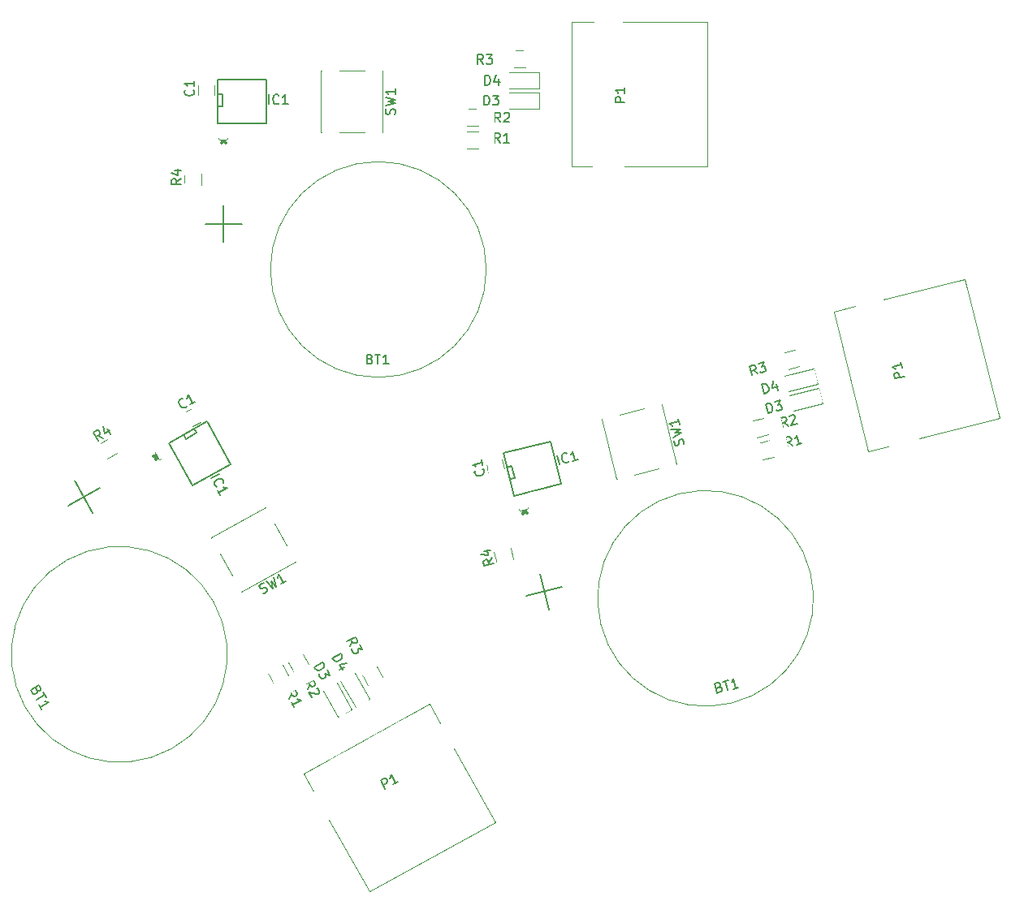
<source format=gto>
%MOIN*%
%OFA0B0*%
%FSLAX46Y46*%
%IPPOS*%
%LPD*%
%AMREC47*
4,1,3,
-0.048458923562427321,0.010275280281731542,
-0.016965385239338496,-0.046540566835591407,
0.048458923562427321,-0.010275280281731542,
0.016965385239338496,0.046540566835591407,
0*%
%AMREC48*
4,1,3,
-0.037464587762598936,0.010742797670281145,
-0.010742797670281145,-0.037464587762598936,
0.037464587762598936,-0.010742797670281145,
0.010742797670281145,0.037464587762598936,
0*%
%AMREC49*
4,1,3,
-0.0352312075452709,0.0009073513787888431,
-0.017900217971110504,-0.030358581459107668,
0.0352312075452709,-0.0009073513787888431,
0.017900217971110504,0.030358581459107668,
0*%
%AMREC50*
4,1,3,
-0.049310112296344112,0.019931595090038546,
-0.0092274271578674134,-0.052379483059281584,
0.049310112296344112,-0.019931595090038546,
0.0092274271578674134,0.052379483059281584,
0*%
%AMREC51*
4,1,3,
-0.047401413004035692,0.016488210416261393,
-0.01113612645017583,-0.048936098385504431,
0.047401413004035692,-0.016488210416261393,
0.01113612645017583,0.048936098385504431,
0*%
%AMREC52*
4,1,3,
-0.048936098385504431,0.01113612645017583,
-0.016488210416261393,-0.047401413004035692,
0.048936098385504431,-0.01113612645017583,
0.016488210416261393,0.047401413004035692,
0*%
%AMREC53*
4,1,3,
-0.049796944553948716,0.010658951627098727,
-0.017349056584705681,-0.047878587827112795,
0.049796944553948716,-0.010658951627098727,
0.017349056584705681,0.047878587827112795,
0*%
%AMREC54*
4,1,3,
-0.11774584725388239,0.033763078392312178,
-0.033763078392312178,-0.11774584725388239,
0.11774584725388239,-0.033763078392312178,
0.033763078392312178,0.11774584725388239,
0*%
%AMREC2000*
4,1,3,
-0.022467250919606805,-0.044148287552437895,
0.040563770669188245,-0.028432888822538215,
0.022467250919606805,0.044148287552437895,
-0.040563770669188245,0.028432888822538215,
0*%
%AMREC2100*
4,1,3,
-0.020073294546198033,-0.033407572256415941,
0.033407572256415941,-0.020073294546198033,
0.020073294546198033,0.033407572256415941,
-0.033407572256415941,0.020073294546198033,
0*%
%AMREC2200*
4,1,3,
-0.0099949416249668823,-0.033795893441896867,
0.024691220558442757,-0.025147661898412683,
0.0099949416249668823,0.033795893441896867,
-0.024691220558442757,0.025147661898412683,
0*%
%AMREC2300*
4,1,3,
-0.032014838635042474,-0.042471234555679062,
0.0482064615688785,-0.0224698179903522,
0.032014838635042474,0.042471234555679062,
-0.0482064615688785,0.0224698179903522,
0*%
%AMREC2400*
4,1,3,
-0.028194776720570039,-0.041518786147806352,
0.044386399654406078,-0.023422266398224909,
0.028194776720570039,0.041518786147806352,
-0.044386399654406078,0.023422266398224909,
0*%
%AMREC2500*
4,1,3,
-0.023422266398224909,-0.044386399654406078,
0.041518786147806352,-0.028194776720570039,
0.023422266398224909,0.044386399654406078,
-0.041518786147806352,0.028194776720570039,
0*%
%AMREC2600*
4,1,3,
-0.023184154296256729,-0.045341415133024185,
0.041756898249774528,-0.029149792199188153,
0.023184154296256729,0.045341415133024185,
-0.041756898249774528,0.029149792199188153,
0*%
%AMREC2700*
4,1,3,
-0.063087497145193835,-0.10499522709159298,
0.10499522709159298,-0.063087497145193835,
0.063087497145193835,0.10499522709159298,
-0.10499522709159298,0.063087497145193835,
0*%
%AMCOMP1120*
4,1,3,
-0.022467250919606805,-0.044148287552437895,
0.040563770669188245,-0.028432888822538215,
0.022467250919606805,0.044148287552437895,
-0.040563770669188245,0.028432888822538215,
0*%
%AMCOMP1130*
4,1,3,
-0.020073294546198033,-0.033407572256415941,
0.033407572256415941,-0.020073294546198033,
0.020073294546198033,0.033407572256415941,
-0.033407572256415941,0.020073294546198033,
0*%
%AMCOMP1140*
4,1,3,
-0.0099949416249668823,-0.033795893441896867,
0.024691220558442757,-0.025147661898412683,
0.0099949416249668823,0.033795893441896867,
-0.024691220558442757,0.025147661898412683,
0*%
%AMCOMP1150*
4,1,3,
-0.032014838635042474,-0.042471234555679062,
0.0482064615688785,-0.0224698179903522,
0.032014838635042474,0.042471234555679062,
-0.0482064615688785,0.0224698179903522,
0*%
%AMCOMP1160*
4,1,3,
-0.028194776720570039,-0.041518786147806352,
0.044386399654406078,-0.023422266398224909,
0.028194776720570039,0.041518786147806352,
-0.044386399654406078,0.023422266398224909,
0*%
%AMCOMP1170*
4,1,3,
-0.023422266398224909,-0.044386399654406078,
0.041518786147806352,-0.028194776720570039,
0.023422266398224909,0.044386399654406078,
-0.041518786147806352,0.028194776720570039,
0*%
%AMCOMP1180*
4,1,3,
-0.023184154296256729,-0.045341415133024185,
0.041756898249774528,-0.029149792199188153,
0.023184154296256729,0.045341415133024185,
-0.041756898249774528,0.029149792199188153,
0*%
%AMCOMP1190*
4,1,3,
-0.063087497145193835,-0.10499522709159298,
0.10499522709159298,-0.063087497145193835,
0.063087497145193835,0.10499522709159298,
-0.10499522709159298,0.063087497145193835,
0*%
%ADD10C,0.0039370078740157488*%
%ADD11C,0.011811023622047244*%
%ADD12C,0.0047244094488188976*%
%ADD13C,0.005905511811023622*%
%AMCOMP120*
4,1,3,
-0.048458923562427321,0.010275280281731542,
-0.016965385239338496,-0.046540566835591407,
0.048458923562427321,-0.010275280281731542,
0.016965385239338496,0.046540566835591407,
0*%
%ADD14COMP120*%
%AMCOMP121*
4,1,3,
-0.037464587762598936,0.010742797670281145,
-0.010742797670281145,-0.037464587762598936,
0.037464587762598936,-0.010742797670281145,
0.010742797670281145,0.037464587762598936,
0*%
%ADD15COMP121*%
%AMCOMP122*
4,1,3,
-0.0352312075452709,0.0009073513787888431,
-0.017900217971110504,-0.030358581459107668,
0.0352312075452709,-0.0009073513787888431,
0.017900217971110504,0.030358581459107668,
0*%
%ADD16COMP122*%
%ADD17C,0.0905511811023622*%
%AMCOMP123*
4,1,3,
-0.049310112296344112,0.019931595090038546,
-0.0092274271578674134,-0.052379483059281584,
0.049310112296344112,-0.019931595090038546,
0.0092274271578674134,0.052379483059281584,
0*%
%ADD18COMP123*%
%ADD19C,0.13385826771653545*%
%AMCOMP124*
4,1,3,
-0.047401413004035692,0.016488210416261393,
-0.01113612645017583,-0.048936098385504431,
0.047401413004035692,-0.016488210416261393,
0.01113612645017583,0.048936098385504431,
0*%
%ADD20COMP124*%
%AMCOMP125*
4,1,3,
-0.048936098385504431,0.01113612645017583,
-0.016488210416261393,-0.047401413004035692,
0.048936098385504431,-0.01113612645017583,
0.016488210416261393,0.047401413004035692,
0*%
%ADD21COMP125*%
%AMCOMP126*
4,1,3,
-0.049796944553948716,0.010658951627098727,
-0.017349056584705681,-0.047878587827112795,
0.049796944553948716,-0.010658951627098727,
0.017349056584705681,0.047878587827112795,
0*%
%ADD22COMP126*%
%AMCOMP127*
4,1,3,
-0.11774584725388239,0.033763078392312178,
-0.033763078392312178,-0.11774584725388239,
0.11774584725388239,-0.033763078392312178,
0.033763078392312178,0.11774584725388239,
0*%
%ADD23COMP127*%
%ADD34C,0.0039370078740157488*%
%ADD35C,0.011811023622047244*%
%ADD36C,0.0047244094488188976*%
%ADD37C,0.005905511811023622*%
%ADD38R,0.064960629921259838X0.074803149606299218*%
%ADD39R,0.055118110236220472X0.055118110236220472*%
%ADD40R,0.035748031496062996X0.06074803149606299*%
%ADD41C,0.0905511811023622*%
%ADD42R,0.082677165354330714X0.066929133858267723*%
%ADD43C,0.13385826771653545*%
%ADD44R,0.074803149606299218X0.066929133858267723*%
%ADD45R,0.066929133858267723X0.074803149606299218*%
%ADD46R,0.066929133858267723X0.076771653543307089*%
%ADD47R,0.17322834645669294X0.17322834645669294*%
%ADD58C,0.0039370078740157488*%
%ADD59C,0.011811023622047244*%
%ADD60C,0.0047244094488188976*%
%ADD61C,0.005905511811023622*%
%AMCOMP128*
4,1,3,
-0.022467250919606805,-0.044148287552437895,
0.040563770669188245,-0.028432888822538215,
0.022467250919606805,0.044148287552437895,
-0.040563770669188245,0.028432888822538215,
0*%
%ADD62COMP128*%
%AMCOMP129*
4,1,3,
-0.020073294546198033,-0.033407572256415941,
0.033407572256415941,-0.020073294546198033,
0.020073294546198033,0.033407572256415941,
-0.033407572256415941,0.020073294546198033,
0*%
%ADD63COMP129*%
%AMCOMP130*
4,1,3,
-0.0099949416249668823,-0.033795893441896867,
0.024691220558442757,-0.025147661898412683,
0.0099949416249668823,0.033795893441896867,
-0.024691220558442757,0.025147661898412683,
0*%
%ADD64COMP130*%
%ADD65C,0.0905511811023622*%
%AMCOMP131*
4,1,3,
-0.032014838635042474,-0.042471234555679062,
0.0482064615688785,-0.0224698179903522,
0.032014838635042474,0.042471234555679062,
-0.0482064615688785,0.0224698179903522,
0*%
%ADD66COMP131*%
%ADD67C,0.13385826771653545*%
%AMCOMP132*
4,1,3,
-0.028194776720570039,-0.041518786147806352,
0.044386399654406078,-0.023422266398224909,
0.028194776720570039,0.041518786147806352,
-0.044386399654406078,0.023422266398224909,
0*%
%ADD68COMP132*%
%AMCOMP133*
4,1,3,
-0.023422266398224909,-0.044386399654406078,
0.041518786147806352,-0.028194776720570039,
0.023422266398224909,0.044386399654406078,
-0.041518786147806352,0.028194776720570039,
0*%
%ADD69COMP133*%
%AMCOMP134*
4,1,3,
-0.023184154296256729,-0.045341415133024185,
0.041756898249774528,-0.029149792199188153,
0.023184154296256729,0.045341415133024185,
-0.041756898249774528,0.029149792199188153,
0*%
%ADD70COMP134*%
%AMCOMP135*
4,1,3,
-0.063087497145193835,-0.10499522709159298,
0.10499522709159298,-0.063087497145193835,
0.063087497145193835,0.10499522709159298,
-0.10499522709159298,0.063087497145193835,
0*%
%ADD71COMP135*%
%LPD*%
G01*
D10*
D11*
X0000783321Y0001597821D02*
X0000771023Y0001591005D01*
X0000769125Y0001606029D02*
X0000771023Y0001591005D01*
X0000782759Y0001581433D01*
X0000757095Y0001592930D02*
X0000771023Y0001591005D01*
X0000765275Y0001578172D01*
D12*
X0000915959Y0001714107D02*
X0000950393Y0001733194D01*
X0000917945Y0001791732D02*
X0000883511Y0001772645D01*
X0001512125Y0000520845D02*
X0001570662Y0000553293D01*
X0001570662Y0000553293D02*
X0001510538Y0000661760D01*
X0001512125Y0000520845D02*
X0001452001Y0000629312D01*
X0001584436Y0000560928D02*
X0001642973Y0000593376D01*
X0001642973Y0000593376D02*
X0001582849Y0000701843D01*
X0001584436Y0000560928D02*
X0001524312Y0000669395D01*
D13*
X0000976488Y0001733705D02*
X0001073450Y0001558781D01*
X0001073450Y0001558781D02*
X0000916019Y0001471515D01*
X0000916019Y0001471515D02*
X0000819057Y0001646439D01*
X0000819057Y0001646439D02*
X0000976488Y0001733705D01*
X0000924011Y0001704616D02*
X0000933707Y0001687124D01*
X0000933707Y0001687124D02*
X0000889976Y0001662883D01*
X0000889976Y0001662883D02*
X0000880280Y0001680376D01*
D12*
X0001888989Y0000574672D02*
X0001933462Y0000494441D01*
X0001372826Y0000288558D02*
X0001413290Y0000215558D01*
X0001888989Y0000574672D02*
X0001372826Y0000288558D01*
X0002157925Y0000089499D02*
X0001641762Y-0000196614D01*
X0001989960Y0000392517D02*
X0002157925Y0000089499D01*
X0001477614Y0000099516D02*
X0001641762Y-0000196614D01*
X0001249665Y0000658949D02*
X0001226761Y0000700270D01*
X0001287364Y0000733863D02*
X0001310269Y0000692542D01*
X0001332306Y0000704758D02*
X0001309402Y0000746079D01*
X0001370005Y0000779672D02*
X0001392910Y0000738351D01*
X0001635879Y0000652463D02*
X0001612975Y0000693784D01*
X0001673578Y0000727377D02*
X0001696483Y0000686056D01*
X0000532539Y0001642467D02*
X0000573859Y0001665372D01*
X0000607452Y0001604768D02*
X0000566132Y0001581864D01*
X0001117026Y0001034665D02*
X0001116453Y0001035698D01*
X0000993724Y0001257108D02*
X0000994296Y0001256075D01*
X0001216166Y0001380410D02*
X0001216739Y0001379377D01*
X0001338896Y0001159000D02*
X0001339468Y0001157967D01*
X0001080188Y0001101123D02*
X0001030562Y0001190651D01*
X0001339468Y0001157967D02*
X0001117026Y0001034665D01*
X0001302630Y0001224425D02*
X0001253004Y0001313953D01*
X0001216166Y0001380410D02*
X0000993724Y0001257108D01*
D10*
X0000830439Y0000390417D02*
G75*
G03X0000830439Y0000390417I-0000214788J0000387487D01*
G01*
D13*
X0000892469Y0001799795D02*
X0000891738Y0001797247D01*
X0000887728Y0001792880D01*
X0000884448Y0001791063D01*
X0000878620Y0001789976D01*
X0000873523Y0001791437D01*
X0000870066Y0001793808D01*
X0000864790Y0001799458D01*
X0000862064Y0001804377D01*
X0000860068Y0001811845D01*
X0000859890Y0001816033D01*
X0000861351Y0001821130D01*
X0000865361Y0001825497D01*
X0000868641Y0001827314D01*
X0000874469Y0001828401D01*
X0000877017Y0001827670D01*
X0000927081Y0001814694D02*
X0000907404Y0001803787D01*
X0000917243Y0001809241D02*
X0000898156Y0001843675D01*
X0000897603Y0001836938D01*
X0000896141Y0001831840D01*
X0000893771Y0001828383D01*
X0001416293Y0000726019D02*
X0001450727Y0000745106D01*
X0001455272Y0000736908D01*
X0001456359Y0000731080D01*
X0001454897Y0000725983D01*
X0001452527Y0000722525D01*
X0001446877Y0000717250D01*
X0001441958Y0000714523D01*
X0001434490Y0000712527D01*
X0001430302Y0000712349D01*
X0001425204Y0000713811D01*
X0001420838Y0000717821D01*
X0001416293Y0000726019D01*
X0001467996Y0000713952D02*
X0001479812Y0000692636D01*
X0001460332Y0000696842D01*
X0001463059Y0000691923D01*
X0001463237Y0000687735D01*
X0001462506Y0000685186D01*
X0001460136Y0000681729D01*
X0001451937Y0000677184D01*
X0001447749Y0000677006D01*
X0001445200Y0000677737D01*
X0001441743Y0000680108D01*
X0001436289Y0000689946D01*
X0001436111Y0000694134D01*
X0001436842Y0000696683D01*
X0001490513Y0000762659D02*
X0001524947Y0000781746D01*
X0001529492Y0000773547D01*
X0001530579Y0000767719D01*
X0001529117Y0000762622D01*
X0001526746Y0000759164D01*
X0001521097Y0000753889D01*
X0001516177Y0000751162D01*
X0001508710Y0000749166D01*
X0001504521Y0000748988D01*
X0001499424Y0000750450D01*
X0001495058Y0000754460D01*
X0001490513Y0000762659D01*
X0001540736Y0000726192D02*
X0001517780Y0000713467D01*
X0001549309Y0000741662D02*
X0001520169Y0000736227D01*
X0001531985Y0000714911D01*
X0000991461Y0001500558D02*
X0001025895Y0001519645D01*
X0001014736Y0001466302D02*
X0001012188Y0001467033D01*
X0001007821Y0001471043D01*
X0001006004Y0001474323D01*
X0001004916Y0001480151D01*
X0001006378Y0001485248D01*
X0001008749Y0001488705D01*
X0001014399Y0001493981D01*
X0001019318Y0001496708D01*
X0001026785Y0001498703D01*
X0001030974Y0001498882D01*
X0001036071Y0001497420D01*
X0001040437Y0001493410D01*
X0001042255Y0001490130D01*
X0001043342Y0001484302D01*
X0001042611Y0001481754D01*
X0001029635Y0001431690D02*
X0001018728Y0001451367D01*
X0001024182Y0001441529D02*
X0001058615Y0001460616D01*
X0001051878Y0001461168D01*
X0001046781Y0001462630D01*
X0001043324Y0001465000D01*
X0001707512Y0000226169D02*
X0001688425Y0000260602D01*
X0001701543Y0000267874D01*
X0001705731Y0000268052D01*
X0001708280Y0000267321D01*
X0001711738Y0000264950D01*
X0001714464Y0000260031D01*
X0001714642Y0000255843D01*
X0001713912Y0000253294D01*
X0001711541Y0000249837D01*
X0001698423Y0000242566D01*
X0001759983Y0000255254D02*
X0001740307Y0000244347D01*
X0001750145Y0000249800D02*
X0001731058Y0000284234D01*
X0001730505Y0000277497D01*
X0001729044Y0000272400D01*
X0001726673Y0000268942D01*
X0001314095Y0000593682D02*
X0001324130Y0000614249D01*
X0001303188Y0000613359D02*
X0001337622Y0000632446D01*
X0001344893Y0000619328D01*
X0001345071Y0000615140D01*
X0001344340Y0000612591D01*
X0001341970Y0000609133D01*
X0001337051Y0000606407D01*
X0001332862Y0000606229D01*
X0001330314Y0000606959D01*
X0001326856Y0000609330D01*
X0001319585Y0000622448D01*
X0001332273Y0000560888D02*
X0001321366Y0000580564D01*
X0001326819Y0000570726D02*
X0001361253Y0000589813D01*
X0001354516Y0000590366D01*
X0001349419Y0000591827D01*
X0001345962Y0000594198D01*
X0001387821Y0000633649D02*
X0001397855Y0000654216D01*
X0001376914Y0000653325D02*
X0001411348Y0000672412D01*
X0001418619Y0000659295D01*
X0001418797Y0000655106D01*
X0001418066Y0000652558D01*
X0001415696Y0000649100D01*
X0001410777Y0000646373D01*
X0001406588Y0000646195D01*
X0001404040Y0000646926D01*
X0001400582Y0000649297D01*
X0001393311Y0000662414D01*
X0001426246Y0000637800D02*
X0001428795Y0000637069D01*
X0001432252Y0000634699D01*
X0001436797Y0000626500D01*
X0001436975Y0000622312D01*
X0001436244Y0000619763D01*
X0001433874Y0000616306D01*
X0001430594Y0000614488D01*
X0001424766Y0000613401D01*
X0001394183Y0000622171D01*
X0001405999Y0000600855D01*
X0001561445Y0000810915D02*
X0001571479Y0000831482D01*
X0001550538Y0000830592D02*
X0001584971Y0000849679D01*
X0001592243Y0000836561D01*
X0001592421Y0000832373D01*
X0001591690Y0000829824D01*
X0001589320Y0000826366D01*
X0001584400Y0000823640D01*
X0001580212Y0000823462D01*
X0001577663Y0000824192D01*
X0001574206Y0000826563D01*
X0001566935Y0000839681D01*
X0001602241Y0000818524D02*
X0001614056Y0000797208D01*
X0001594576Y0000801415D01*
X0001597303Y0000796495D01*
X0001597481Y0000792307D01*
X0001596750Y0000789759D01*
X0001594380Y0000786301D01*
X0001586181Y0000781757D01*
X0001581993Y0000781578D01*
X0001579445Y0000782309D01*
X0001575987Y0000784680D01*
X0001570534Y0000794518D01*
X0001570355Y0000798706D01*
X0001571086Y0000801255D01*
X0000549127Y0001666410D02*
X0000528560Y0001676444D01*
X0000529450Y0001655503D02*
X0000510363Y0001689937D01*
X0000523481Y0001697208D01*
X0000527669Y0001697386D01*
X0000530218Y0001696655D01*
X0000533675Y0001694285D01*
X0000536402Y0001689366D01*
X0000536580Y0001685177D01*
X0000535849Y0001682629D01*
X0000533479Y0001679171D01*
X0000520361Y0001671900D01*
X0000565917Y0001705726D02*
X0000578641Y0001682770D01*
X0000550447Y0001714299D02*
X0000555882Y0001685159D01*
X0000577198Y0001696975D01*
X0001205712Y0001028694D02*
X0001211540Y0001029781D01*
X0001219739Y0001034325D01*
X0001222109Y0001037783D01*
X0001222840Y0001040331D01*
X0001222662Y0001044520D01*
X0001220844Y0001047799D01*
X0001217387Y0001050170D01*
X0001214838Y0001050900D01*
X0001210650Y0001050722D01*
X0001203182Y0001048726D01*
X0001198994Y0001048548D01*
X0001196445Y0001049279D01*
X0001192988Y0001051650D01*
X0001191170Y0001054929D01*
X0001190992Y0001059117D01*
X0001191722Y0001061666D01*
X0001194093Y0001065123D01*
X0001202292Y0001069668D01*
X0001208120Y0001070755D01*
X0001218689Y0001078757D02*
X0001245974Y0001048868D01*
X0001238899Y0001077099D01*
X0001259092Y0001056139D01*
X0001248203Y0001095117D01*
X0001298445Y0001077953D02*
X0001278768Y0001067046D01*
X0001288606Y0001072499D02*
X0001269519Y0001106933D01*
X0001268967Y0001100196D01*
X0001267505Y0001095099D01*
X0001265135Y0001091641D01*
X0000277527Y0000630349D02*
X0000278614Y0000624521D01*
X0000277883Y0000621973D01*
X0000275512Y0000618515D01*
X0000270593Y0000615788D01*
X0000266405Y0000615610D01*
X0000263856Y0000616341D01*
X0000260399Y0000618712D01*
X0000253127Y0000631829D01*
X0000287561Y0000650916D01*
X0000293924Y0000639438D01*
X0000294102Y0000635250D01*
X0000293371Y0000632701D01*
X0000291000Y0000629244D01*
X0000287721Y0000627426D01*
X0000283533Y0000627248D01*
X0000280984Y0000627979D01*
X0000277527Y0000630349D01*
X0000271164Y0000641827D01*
X0000303922Y0000621402D02*
X0000314828Y0000601725D01*
X0000274941Y0000592476D02*
X0000309375Y0000611563D01*
X0000296755Y0000553123D02*
X0000285848Y0000572800D01*
X0000291301Y0000562962D02*
X0000325735Y0000582049D01*
X0000318998Y0000582601D01*
X0000313901Y0000584063D01*
X0000310444Y0000586433D01*
X0000434354Y0001490127D02*
X0000507067Y0001358950D01*
X0000405122Y0001388182D02*
X0000536299Y0001460895D01*
%LPC*%
D14*
X0000959995Y0001776778D03*
X0000873910Y0001729061D03*
D15*
X0001528987Y0000559451D03*
X0001481270Y0000645536D03*
X0001601298Y0000599534D03*
X0001553581Y0000685619D03*
D16*
X0001019220Y0001728808D03*
X0001043461Y0001685077D03*
X0001067701Y0001641346D03*
X0001091942Y0001597615D03*
X0000873287Y0001476412D03*
X0000849046Y0001520143D03*
X0000824806Y0001563874D03*
X0000800565Y0001607605D03*
D17*
X0001774825Y0000354291D03*
D18*
X0001775079Y0000460214D03*
X0001687617Y0000411733D03*
X0001617716Y0000372987D03*
X0001530255Y0000324506D03*
D19*
X0001931065Y0000426491D03*
X0001458632Y0000164618D03*
D17*
X0001619873Y0000268399D03*
D20*
X0001242747Y0000742892D03*
X0001294282Y0000649920D03*
X0001325388Y0000788701D03*
X0001376923Y0000695729D03*
X0001628961Y0000736405D03*
X0001680496Y0000643434D03*
D21*
X0000616481Y0001649385D03*
X0000523510Y0001597850D03*
D22*
X0001260697Y0001360980D03*
X0001346588Y0001206028D03*
X0001072495Y0001054095D03*
X0000986604Y0001209047D03*
D23*
X0000313122Y0001323682D03*
X0000912454Y0000242459D03*
G04 next file*
%LPD*%
G01*
D34*
D35*
X0001043307Y0002902418D02*
X0001043307Y0002888357D01*
X0001029246Y0002893982D02*
X0001043307Y0002888357D01*
X0001057367Y0002893982D01*
X0001034870Y0002877109D02*
X0001043307Y0002888357D01*
X0001051743Y0002877109D01*
D36*
X0001005905Y0003074803D02*
X0001005905Y0003114173D01*
X0000938976Y0003114173D02*
X0000938976Y0003074803D01*
X0002338582Y0003017716D02*
X0002338582Y0003084645D01*
X0002338582Y0003084645D02*
X0002214566Y0003084645D01*
X0002338582Y0003017716D02*
X0002214566Y0003017716D01*
X0002338582Y0003100393D02*
X0002338582Y0003167322D01*
X0002338582Y0003167322D02*
X0002214566Y0003167322D01*
X0002338582Y0003100393D02*
X0002214566Y0003100393D01*
D37*
X0001018110Y0003137244D02*
X0001218110Y0003137244D01*
X0001218110Y0003137244D02*
X0001218110Y0002957244D01*
X0001218110Y0002957244D02*
X0001018110Y0002957244D01*
X0001018110Y0002957244D02*
X0001018110Y0003137244D01*
X0001018110Y0003077244D02*
X0001038110Y0003077244D01*
X0001038110Y0003077244D02*
X0001038110Y0003027244D01*
X0001038110Y0003027244D02*
X0001018110Y0003027244D01*
D36*
X0002474212Y0003373425D02*
X0002565944Y0003373425D01*
X0002474212Y0002783267D02*
X0002557677Y0002783267D01*
X0002474212Y0003373425D02*
X0002474212Y0002783267D01*
X0003028937Y0003373425D02*
X0003028937Y0002783267D01*
X0002682480Y0003373425D02*
X0003028937Y0003373425D01*
X0002690354Y0002783267D02*
X0003028937Y0002783267D01*
X0002090551Y0002855118D02*
X0002043307Y0002855118D01*
X0002043307Y0002924409D02*
X0002090551Y0002924409D01*
X0002090551Y0002949606D02*
X0002043307Y0002949606D01*
X0002043307Y0003018896D02*
X0002090551Y0003018896D01*
X0002283464Y0003189762D02*
X0002236220Y0003189762D01*
X0002236220Y0003259055D02*
X0002283464Y0003259055D01*
X0000882677Y0002704724D02*
X0000882677Y0002751968D01*
X0000951968Y0002751968D02*
X0000951968Y0002704724D01*
X0001697636Y0002921259D02*
X0001696456Y0002921259D01*
X0001443306Y0002921259D02*
X0001444488Y0002921259D01*
X0001443306Y0003175590D02*
X0001444488Y0003175590D01*
X0001696456Y0003175590D02*
X0001697636Y0003175590D01*
X0001621653Y0002921259D02*
X0001519291Y0002921259D01*
X0001697636Y0003175590D02*
X0001697636Y0002921259D01*
X0001621653Y0003175590D02*
X0001519291Y0003175590D01*
X0001443306Y0003175590D02*
X0001443306Y0002921259D01*
D34*
X0002122169Y0002358267D02*
G75*
G03X0002122169Y0002358267I-0000443035D01*
G01*
D37*
X0000919572Y0003095800D02*
X0000921447Y0003093925D01*
X0000923322Y0003088301D01*
X0000923322Y0003084551D01*
X0000921447Y0003078927D01*
X0000917697Y0003075178D01*
X0000913948Y0003073302D01*
X0000906449Y0003071428D01*
X0000900824Y0003071428D01*
X0000893325Y0003073302D01*
X0000889576Y0003075178D01*
X0000885826Y0003078927D01*
X0000883952Y0003084551D01*
X0000883952Y0003088301D01*
X0000885826Y0003093925D01*
X0000887701Y0003095800D01*
X0000923322Y0003133295D02*
X0000923322Y0003110798D01*
X0000923322Y0003122047D02*
X0000883952Y0003122047D01*
X0000889576Y0003118297D01*
X0000893325Y0003114548D01*
X0000895200Y0003110798D01*
X0002112673Y0003033370D02*
X0002112673Y0003072740D01*
X0002122047Y0003072740D01*
X0002127671Y0003070866D01*
X0002131421Y0003067116D01*
X0002133295Y0003063367D01*
X0002135170Y0003055868D01*
X0002135170Y0003050243D01*
X0002133295Y0003042744D01*
X0002131421Y0003038995D01*
X0002127671Y0003035245D01*
X0002122047Y0003033370D01*
X0002112673Y0003033370D01*
X0002148293Y0003072740D02*
X0002172665Y0003072740D01*
X0002159542Y0003057742D01*
X0002165166Y0003057742D01*
X0002168916Y0003055868D01*
X0002170791Y0003053993D01*
X0002172665Y0003050243D01*
X0002172665Y0003040869D01*
X0002170791Y0003037120D01*
X0002168916Y0003035245D01*
X0002165166Y0003033370D01*
X0002153918Y0003033370D01*
X0002150168Y0003035245D01*
X0002148293Y0003037120D01*
X0002116610Y0003116047D02*
X0002116610Y0003155418D01*
X0002125984Y0003155418D01*
X0002131608Y0003153542D01*
X0002135358Y0003149793D01*
X0002137232Y0003146044D01*
X0002139107Y0003138545D01*
X0002139107Y0003132920D01*
X0002137232Y0003125421D01*
X0002135358Y0003121672D01*
X0002131608Y0003117922D01*
X0002125984Y0003116047D01*
X0002116610Y0003116047D01*
X0002172853Y0003142294D02*
X0002172853Y0003116047D01*
X0002163479Y0003157292D02*
X0002154105Y0003129170D01*
X0002178477Y0003129170D01*
X0001229283Y0003037307D02*
X0001229283Y0003076677D01*
X0001270528Y0003041057D02*
X0001268653Y0003039182D01*
X0001263028Y0003037307D01*
X0001259280Y0003037307D01*
X0001253655Y0003039182D01*
X0001249906Y0003042931D01*
X0001248031Y0003046681D01*
X0001246156Y0003054180D01*
X0001246156Y0003059805D01*
X0001248031Y0003067304D01*
X0001249906Y0003071053D01*
X0001253655Y0003074803D01*
X0001259280Y0003076677D01*
X0001263028Y0003076677D01*
X0001268653Y0003074803D01*
X0001270528Y0003072928D01*
X0001308023Y0003037307D02*
X0001285526Y0003037307D01*
X0001296775Y0003037307D02*
X0001296775Y0003076677D01*
X0001293025Y0003071053D01*
X0001289276Y0003067304D01*
X0001285526Y0003065429D01*
X0002691038Y0003045744D02*
X0002651668Y0003045744D01*
X0002651668Y0003060742D01*
X0002653543Y0003064491D01*
X0002655418Y0003066366D01*
X0002659166Y0003068241D01*
X0002664791Y0003068241D01*
X0002668541Y0003066366D01*
X0002670416Y0003064491D01*
X0002672290Y0003060742D01*
X0002672290Y0003045744D01*
X0002691038Y0003105736D02*
X0002691038Y0003083239D01*
X0002691038Y0003094488D02*
X0002651668Y0003094488D01*
X0002657292Y0003090738D01*
X0002661042Y0003086989D01*
X0002662917Y0003083239D01*
X0002178871Y0002879827D02*
X0002165747Y0002898575D01*
X0002156374Y0002879827D02*
X0002156374Y0002919197D01*
X0002171372Y0002919197D01*
X0002175121Y0002917321D01*
X0002176996Y0002915447D01*
X0002178871Y0002911698D01*
X0002178871Y0002906074D01*
X0002176996Y0002902324D01*
X0002175121Y0002900449D01*
X0002171372Y0002898575D01*
X0002156374Y0002898575D01*
X0002216366Y0002879827D02*
X0002193869Y0002879827D01*
X0002205118Y0002879827D02*
X0002205118Y0002919197D01*
X0002201368Y0002913573D01*
X0002197619Y0002909823D01*
X0002193869Y0002907949D01*
X0002179658Y0002963685D02*
X0002166535Y0002982433D01*
X0002157161Y0002963685D02*
X0002157161Y0003003055D01*
X0002172159Y0003003055D01*
X0002175909Y0003001181D01*
X0002177784Y0002999306D01*
X0002179658Y0002995556D01*
X0002179658Y0002989932D01*
X0002177784Y0002986181D01*
X0002175909Y0002984307D01*
X0002172159Y0002982433D01*
X0002157161Y0002982433D01*
X0002194656Y0002999306D02*
X0002196531Y0003001181D01*
X0002200281Y0003003055D01*
X0002209655Y0003003055D01*
X0002213404Y0003001181D01*
X0002215279Y0002999306D01*
X0002217154Y0002995556D01*
X0002217154Y0002991807D01*
X0002215279Y0002986181D01*
X0002192782Y0002963685D01*
X0002217154Y0002963685D01*
X0002108792Y0003201481D02*
X0002095669Y0003220228D01*
X0002086294Y0003201481D02*
X0002086294Y0003240851D01*
X0002101293Y0003240851D01*
X0002105043Y0003238976D01*
X0002106917Y0003237101D01*
X0002108792Y0003233352D01*
X0002108792Y0003227727D01*
X0002106917Y0003223978D01*
X0002105043Y0003222103D01*
X0002101293Y0003220228D01*
X0002086294Y0003220228D01*
X0002121916Y0003240851D02*
X0002146287Y0003240851D01*
X0002133164Y0003225853D01*
X0002138788Y0003225853D01*
X0002142538Y0003223978D01*
X0002144413Y0003222103D01*
X0002146287Y0003218353D01*
X0002146287Y0003208980D01*
X0002144413Y0003205229D01*
X0002142538Y0003203355D01*
X0002138788Y0003201481D01*
X0002127540Y0003201481D01*
X0002123790Y0003203355D01*
X0002121916Y0003205229D01*
X0000869778Y0002730839D02*
X0000851031Y0002717715D01*
X0000869778Y0002708342D02*
X0000830408Y0002708342D01*
X0000830408Y0002723340D01*
X0000832283Y0002727090D01*
X0000834158Y0002728965D01*
X0000837907Y0002730839D01*
X0000843531Y0002730839D01*
X0000847281Y0002728965D01*
X0000849155Y0002727090D01*
X0000851031Y0002723340D01*
X0000851031Y0002708342D01*
X0000843531Y0002764585D02*
X0000869778Y0002764585D01*
X0000828533Y0002755211D02*
X0000856655Y0002745838D01*
X0000856655Y0002770210D01*
X0001745856Y0002995931D02*
X0001747731Y0003001556D01*
X0001747731Y0003010929D01*
X0001745856Y0003014679D01*
X0001743982Y0003016554D01*
X0001740232Y0003018428D01*
X0001736482Y0003018428D01*
X0001732733Y0003016554D01*
X0001730858Y0003014679D01*
X0001728983Y0003010929D01*
X0001727109Y0003003430D01*
X0001725233Y0002999681D01*
X0001723359Y0002997806D01*
X0001719610Y0002995931D01*
X0001715860Y0002995931D01*
X0001712110Y0002997806D01*
X0001710236Y0002999681D01*
X0001708361Y0003003430D01*
X0001708361Y0003012804D01*
X0001710236Y0003018428D01*
X0001708361Y0003031552D02*
X0001747731Y0003040926D01*
X0001719610Y0003048425D01*
X0001747731Y0003055924D01*
X0001708361Y0003065298D01*
X0001747731Y0003100918D02*
X0001747731Y0003078421D01*
X0001747731Y0003089670D02*
X0001708361Y0003089670D01*
X0001713985Y0003085920D01*
X0001717735Y0003082170D01*
X0001719610Y0003078421D01*
X0001644263Y0001991001D02*
X0001649887Y0001989126D01*
X0001651762Y0001987251D01*
X0001653637Y0001983502D01*
X0001653637Y0001977877D01*
X0001651762Y0001974128D01*
X0001649887Y0001972253D01*
X0001646137Y0001970378D01*
X0001631139Y0001970378D01*
X0001631139Y0002009748D01*
X0001644263Y0002009748D01*
X0001648012Y0002007874D01*
X0001649887Y0002005999D01*
X0001651762Y0002002249D01*
X0001651762Y0001998500D01*
X0001649887Y0001994750D01*
X0001648012Y0001992875D01*
X0001644263Y0001991001D01*
X0001631139Y0001991001D01*
X0001664885Y0002009748D02*
X0001687382Y0002009748D01*
X0001676134Y0001970378D02*
X0001676134Y0002009748D01*
X0001721127Y0001970378D02*
X0001698631Y0001970378D01*
X0001709878Y0001970378D02*
X0001709878Y0002009748D01*
X0001706130Y0002004124D01*
X0001702380Y0002000373D01*
X0001698631Y0001998500D01*
X0000968316Y0002544994D02*
X0001118297Y0002544994D01*
X0001043307Y0002470003D02*
X0001043307Y0002619985D01*
%LPC*%
D38*
X0000972440Y0003143699D03*
X0000972440Y0003045275D03*
D39*
X0002312992Y0003051181D03*
X0002214566Y0003051181D03*
X0002312992Y0003133858D03*
X0002214566Y0003133858D03*
D40*
X0001043110Y0003172244D03*
X0001093110Y0003172244D03*
X0001143110Y0003172244D03*
X0001193110Y0003172244D03*
X0001193110Y0002922244D03*
X0001143110Y0002922244D03*
X0001093110Y0002922244D03*
X0001043110Y0002922244D03*
D41*
X0002611614Y0003166732D03*
D42*
X0002519094Y0003218307D03*
X0002519094Y0003118307D03*
X0002519094Y0003038385D03*
X0002519094Y0002938385D03*
D43*
X0002624212Y0003338385D03*
X0002624212Y0002798228D03*
D41*
X0002611614Y0002989566D03*
D44*
X0002013779Y0002889763D03*
X0002120078Y0002889763D03*
X0002013779Y0002984251D03*
X0002120078Y0002984251D03*
X0002206692Y0003224409D03*
X0002312992Y0003224409D03*
D45*
X0000917322Y0002781496D03*
X0000917322Y0002675196D03*
D46*
X0001481889Y0003205117D03*
X0001659055Y0003205117D03*
X0001659055Y0002891732D03*
X0001481889Y0002891732D03*
D47*
X0001055118Y0002358267D03*
X0002291338Y0002358267D03*
G04 next file*
%LPD*%
G04 #@! TF.FileFunction,Legend,Top*
G04 Gerber Fmt 4.6, Leading zero omitted, Abs format (unit mm)*
G04 Created by KiCad (PCBNEW 4.0.4+e1-6308~48~ubuntu16.04.1-stable) date Tue May  2 22:28:17 2017*
G01*
G04 APERTURE LIST*
G04 APERTURE END LIST*
D58*
D59*
X0002273657Y0001382070D02*
X0002277059Y0001368427D01*
X0002262055Y0001370483D02*
X0002277059Y0001368427D01*
X0002289341Y0001377286D01*
X0002271594Y0001355472D02*
X0002277059Y0001368427D01*
X0002287966Y0001359553D01*
D60*
X0002195663Y0001540286D02*
X0002186138Y0001578487D01*
X0002121197Y0001562294D02*
X0002130722Y0001524095D01*
X0003502564Y0001807298D02*
X0003486371Y0001872240D01*
X0003486371Y0001872240D02*
X0003366041Y0001842237D01*
X0003502564Y0001807298D02*
X0003382232Y0001777297D01*
X0003482562Y0001887520D02*
X0003466371Y0001952461D01*
X0003466371Y0001952461D02*
X0003346039Y0001922459D01*
X0003482562Y0001887520D02*
X0003362231Y0001857517D01*
D61*
X0002192399Y0001603825D02*
X0002386458Y0001652209D01*
X0002386458Y0001652209D02*
X0002430004Y0001477555D01*
X0002430004Y0001477555D02*
X0002235945Y0001429172D01*
X0002235945Y0001429172D02*
X0002192399Y0001603825D01*
X0002206914Y0001545607D02*
X0002226320Y0001550446D01*
X0002226320Y0001550446D02*
X0002238416Y0001501931D01*
X0002238416Y0001501931D02*
X0002219010Y0001497092D01*
D60*
X0003548112Y0002185253D02*
X0003637119Y0002207446D01*
X0003690884Y0001612626D02*
X0003771869Y0001632818D01*
X0003548112Y0002185253D02*
X0003690884Y0001612626D01*
X0004086357Y0002319453D02*
X0004229130Y0001746826D01*
X0003750193Y0002235638D02*
X0004086357Y0002319453D01*
X0003900605Y0001664915D02*
X0004229130Y0001746826D01*
X0003301236Y0001589525D02*
X0003255396Y0001578096D01*
X0003238632Y0001645330D02*
X0003284473Y0001656758D01*
X0003278378Y0001681207D02*
X0003232537Y0001669778D01*
X0003215774Y0001737011D02*
X0003261614Y0001748441D01*
X0003407460Y0001960901D02*
X0003361621Y0001949472D01*
X0003344857Y0002016705D02*
X0003390698Y0002028134D01*
X0002165625Y0001151389D02*
X0002154195Y0001197229D01*
X0002221429Y0001213993D02*
X0002232858Y0001168152D01*
X0002903993Y0001558649D02*
X0002902847Y0001558363D01*
X0002657217Y0001497121D02*
X0002658363Y0001497407D01*
X0002595689Y0001743897D02*
X0002596835Y0001744182D01*
X0002841318Y0001805139D02*
X0002842465Y0001805424D01*
X0002830266Y0001540267D02*
X0002730944Y0001515503D01*
X0002842465Y0001805424D02*
X0002903993Y0001558649D01*
X0002768738Y0001787043D02*
X0002669416Y0001762279D01*
X0002595689Y0001743897D02*
X0002657217Y0001497121D01*
D58*
X0003452115Y0001115084D02*
G75*
G03X0003452115Y0001115084I-0000429875J-0000107179D01*
G01*
D61*
X0002106814Y0001539774D02*
X0002109087Y0001538408D01*
X0002112267Y0001533405D01*
X0002113174Y0001529767D01*
X0002112715Y0001523856D01*
X0002109984Y0001519311D01*
X0002106800Y0001516584D01*
X0002099977Y0001512951D01*
X0002094520Y0001511591D01*
X0002086790Y0001511595D01*
X0002082698Y0001512507D01*
X0002078153Y0001515237D01*
X0002074973Y0001520242D01*
X0002074066Y0001523880D01*
X0002074525Y0001529791D01*
X0002075889Y0001532064D01*
X0002101382Y0001577063D02*
X0002106824Y0001555233D01*
X0002104103Y0001566148D02*
X0002065902Y0001556624D01*
X0002072267Y0001554346D01*
X0002076811Y0001551615D01*
X0002079538Y0001548431D01*
X0003279578Y0001767836D02*
X0003270054Y0001806037D01*
X0003279149Y0001808304D01*
X0003285060Y0001807846D01*
X0003289605Y0001805114D01*
X0003292331Y0001801930D01*
X0003295965Y0001795107D01*
X0003297324Y0001789649D01*
X0003297320Y0001781920D01*
X0003296407Y0001777829D01*
X0003293677Y0001773282D01*
X0003288674Y0001770104D01*
X0003279578Y0001767836D01*
X0003304616Y0001814654D02*
X0003328264Y0001820550D01*
X0003319159Y0001802823D01*
X0003324616Y0001804183D01*
X0003328708Y0001803271D01*
X0003330981Y0001801906D01*
X0003333707Y0001798721D01*
X0003335975Y0001789626D01*
X0003335063Y0001785534D01*
X0003333696Y0001783261D01*
X0003330512Y0001780535D01*
X0003319598Y0001777814D01*
X0003315506Y0001778726D01*
X0003313234Y0001780091D01*
X0003263397Y0001849009D02*
X0003253872Y0001887210D01*
X0003262968Y0001889478D01*
X0003268879Y0001889019D01*
X0003273424Y0001886289D01*
X0003276150Y0001883104D01*
X0003279783Y0001876281D01*
X0003281143Y0001870824D01*
X0003281139Y0001863094D01*
X0003280226Y0001859002D01*
X0003277496Y0001854457D01*
X0003272492Y0001851277D01*
X0003263397Y0001849009D01*
X0003311620Y0001888082D02*
X0003317969Y0001862616D01*
X0003298896Y0001900368D02*
X0003296604Y0001870814D01*
X0003320252Y0001876710D01*
X0002421477Y0001557945D02*
X0002411952Y0001596145D01*
X0002460589Y0001571561D02*
X0002459224Y0001569288D01*
X0002454220Y0001566109D01*
X0002450582Y0001565201D01*
X0002444671Y0001565660D01*
X0002440126Y0001568390D01*
X0002437400Y0001571576D01*
X0002433766Y0001578398D01*
X0002432406Y0001583856D01*
X0002432411Y0001591585D01*
X0002433323Y0001595677D01*
X0002436054Y0001600222D01*
X0002441057Y0001603402D01*
X0002444696Y0001604308D01*
X0002450606Y0001603851D01*
X0002452879Y0001602485D01*
X0002497878Y0001576994D02*
X0002476049Y0001571551D01*
X0002486963Y0001574272D02*
X0002477439Y0001612473D01*
X0002475161Y0001606109D01*
X0002472430Y0001601563D01*
X0002469246Y0001598837D01*
X0003837770Y0001919761D02*
X0003799569Y0001910236D01*
X0003795941Y0001924789D01*
X0003796852Y0001928881D01*
X0003798219Y0001931154D01*
X0003801403Y0001933880D01*
X0003806860Y0001935240D01*
X0003810952Y0001934328D01*
X0003813225Y0001932962D01*
X0003815951Y0001929778D01*
X0003819579Y0001915226D01*
X0003823257Y0001977972D02*
X0003828699Y0001956143D01*
X0003825978Y0001967057D02*
X0003787777Y0001957533D01*
X0003794142Y0001955254D01*
X0003798687Y0001952524D01*
X0003801413Y0001949339D01*
X0003380955Y0001634867D02*
X0003363686Y0001649884D01*
X0003359126Y0001629426D02*
X0003349602Y0001667626D01*
X0003364155Y0001671255D01*
X0003368246Y0001670343D01*
X0003370519Y0001668977D01*
X0003373245Y0001665793D01*
X0003374606Y0001660335D01*
X0003373694Y0001656244D01*
X0003372328Y0001653971D01*
X0003369144Y0001651245D01*
X0003354591Y0001647617D01*
X0003417337Y0001643939D02*
X0003395508Y0001638496D01*
X0003406422Y0001641218D02*
X0003396898Y0001679419D01*
X0003394620Y0001673054D01*
X0003391889Y0001668509D01*
X0003388705Y0001665783D01*
X0003361432Y0001716426D02*
X0003344163Y0001731442D01*
X0003339603Y0001710984D02*
X0003330079Y0001749184D01*
X0003344631Y0001752813D01*
X0003348723Y0001751901D01*
X0003350996Y0001750535D01*
X0003353722Y0001747350D01*
X0003355083Y0001741893D01*
X0003354171Y0001737801D01*
X0003352805Y0001735529D01*
X0003349620Y0001732803D01*
X0003335068Y0001729173D01*
X0003367367Y0001754617D02*
X0003368733Y0001756890D01*
X0003371918Y0001759616D01*
X0003381013Y0001761883D01*
X0003385105Y0001760971D01*
X0003387377Y0001759606D01*
X0003390102Y0001756421D01*
X0003391011Y0001752783D01*
X0003390552Y0001746872D01*
X0003374166Y0001719601D01*
X0003397814Y0001725497D01*
X0003235143Y0001930014D02*
X0003217874Y0001945030D01*
X0003213314Y0001924571D02*
X0003203790Y0001962772D01*
X0003218342Y0001966400D01*
X0003222434Y0001965488D01*
X0003224707Y0001964123D01*
X0003227433Y0001960938D01*
X0003228794Y0001955481D01*
X0003227882Y0001951389D01*
X0003226516Y0001949116D01*
X0003223331Y0001946390D01*
X0003208779Y0001942762D01*
X0003238352Y0001971389D02*
X0003262000Y0001977284D01*
X0003252895Y0001959558D01*
X0003258352Y0001960919D01*
X0003262444Y0001960007D01*
X0003264717Y0001958641D01*
X0003267443Y0001955456D01*
X0003269711Y0001946360D01*
X0003268799Y0001942268D01*
X0003267433Y0001939997D01*
X0003264248Y0001937270D01*
X0003253334Y0001934549D01*
X0003249242Y0001935461D01*
X0003246970Y0001936826D01*
X0002146792Y0001173608D02*
X0002131776Y0001156339D01*
X0002152234Y0001151779D02*
X0002114034Y0001142255D01*
X0002110405Y0001156807D01*
X0002111317Y0001160899D01*
X0002112683Y0001163172D01*
X0002115867Y0001165898D01*
X0002121325Y0001167258D01*
X0002125416Y0001166346D01*
X0002127689Y0001164981D01*
X0002130415Y0001161796D01*
X0002134043Y0001147244D01*
X0002113161Y0001200002D02*
X0002138628Y0001206351D01*
X0002100876Y0001187278D02*
X0002130430Y0001184986D01*
X0002124534Y0001208634D01*
X0002932715Y0001642768D02*
X0002933172Y0001648679D01*
X0002930906Y0001657774D01*
X0002928179Y0001660959D01*
X0002925907Y0001662324D01*
X0002921815Y0001663235D01*
X0002918177Y0001662329D01*
X0002914992Y0001659603D01*
X0002913627Y0001657330D01*
X0002912715Y0001653239D01*
X0002912710Y0001645509D01*
X0002911798Y0001641417D01*
X0002910432Y0001639144D01*
X0002907248Y0001636417D01*
X0002903610Y0001635511D01*
X0002899518Y0001636423D01*
X0002897245Y0001637788D01*
X0002894519Y0001640973D01*
X0002892251Y0001650069D01*
X0002892710Y0001655980D01*
X0002887716Y0001668260D02*
X0002923649Y0001686879D01*
X0002894549Y0001687353D01*
X0002920020Y0001701432D01*
X0002879552Y0001701003D01*
X0002909135Y0001745090D02*
X0002914578Y0001723261D01*
X0002911857Y0001734174D02*
X0002873656Y0001724651D01*
X0002880020Y0001722373D01*
X0002884566Y0001719642D01*
X0002887292Y0001716458D01*
X0003077254Y0000643110D02*
X0003083165Y0000642652D01*
X0003085437Y0000641286D01*
X0003088163Y0000638102D01*
X0003089524Y0000632645D01*
X0003088612Y0000628553D01*
X0003087247Y0000626280D01*
X0003084062Y0000623554D01*
X0003069509Y0000619926D01*
X0003059985Y0000658126D01*
X0003072717Y0000661300D01*
X0003076809Y0000660389D01*
X0003079083Y0000659024D01*
X0003081809Y0000655839D01*
X0003082716Y0000652200D01*
X0003081804Y0000648108D01*
X0003080438Y0000645837D01*
X0003077254Y0000643110D01*
X0003064520Y0000639935D01*
X0003092728Y0000666290D02*
X0003114557Y0000671733D01*
X0003113167Y0000630811D02*
X0003103643Y0000669011D01*
X0003156825Y0000641696D02*
X0003134996Y0000636253D01*
X0003145910Y0000638974D02*
X0003136386Y0000677175D01*
X0003134109Y0000670811D01*
X0003131377Y0000666266D01*
X0003128192Y0000663539D01*
X0002287362Y0001017121D02*
X0002432889Y0001053405D01*
X0002378267Y0000962500D02*
X0002341984Y0001108026D01*
%LPC*%
D62*
X0002146524Y0001599041D03*
X0002170335Y0001503540D03*
D63*
X0003469638Y0001833578D03*
X0003374136Y0001809767D03*
X0003449636Y0001913800D03*
X0003354135Y0001889989D03*
D64*
X0002208189Y0001643833D03*
X0002256704Y0001655929D03*
X0002305219Y0001668026D03*
X0002353734Y0001680122D03*
X0002414214Y0001437548D03*
X0002365699Y0001425452D03*
X0002317184Y0001413354D03*
X0002268670Y0001401259D03*
D65*
X0003731435Y0002017941D03*
D66*
X0003629187Y0002045601D03*
X0003653379Y0001948571D03*
X0003672714Y0001871024D03*
X0003696905Y0001773995D03*
D67*
X0003702132Y0002187543D03*
X0003832809Y0001663431D03*
D65*
X0003774295Y0001846038D03*
D68*
X0003218364Y0001604570D03*
X0003321505Y0001630286D03*
X0003195505Y0001696251D03*
X0003298647Y0001721968D03*
X0003324589Y0001975945D03*
X0003427730Y0002001661D03*
D69*
X0002180669Y0001234261D03*
X0002206385Y0001131120D03*
D70*
X0002625982Y0001781881D03*
X0002797885Y0001824741D03*
X0002873700Y0001520664D03*
X0002701797Y0001477804D03*
D71*
X0002416759Y0000856940D03*
X0003616258Y0001156009D03*
M02*
</source>
